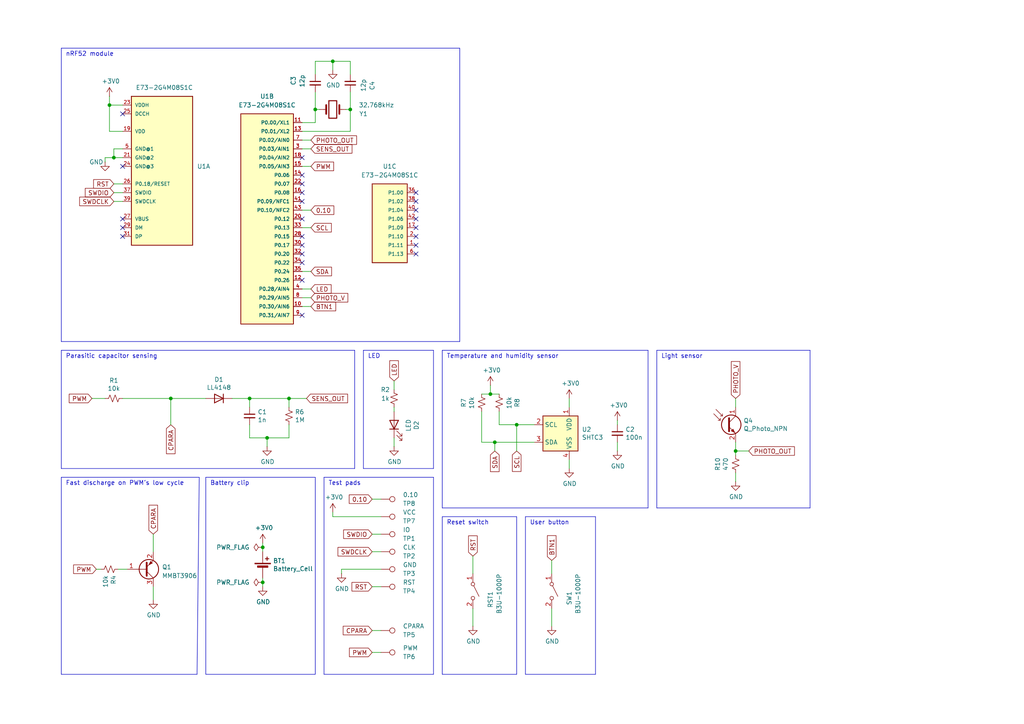
<source format=kicad_sch>
(kicad_sch (version 20250114) (generator "eeschema") (generator_version "9.0")
  (paper "A4")
  (title_block (title "b-parasite") (date "2025-07-13") (rev "2.0.1") (comment 1 "rbaron.net"))
  (lib_symbols
    (symbol "+3V0_1" (power) (pin_numbers (hide yes)) (pin_names (offset 0) (hide yes))
      (property "Value" "+3V0" (at 0 3.556 0))
      (symbol "+3V0_1_1_1"
        (pin power_in line (at 0 0 90) (length 0) (name "~") (number "1"))
      )
    )
    (symbol "+3V0_2" (power) (pin_numbers (hide yes)) (pin_names (offset 0) (hide yes))
      (property "Value" "+3V0" (at 0 3.556 0))
      (symbol "+3V0_2_1_1"
        (pin power_in line (at 0 0 90) (length 0) (name "~") (number "1"))
      )
    )
    (symbol "+3V0_3" (power) (pin_numbers (hide yes)) (pin_names (offset 0) (hide yes))
      (property "Value" "+3V0" (at 0 3.556 0))
      (symbol "+3V0_3_1_1"
        (pin power_in line (at 0 0 90) (length 0) (name "~") (number "1"))
      )
    )
    (symbol "+3V0_4" (power) (pin_numbers (hide yes)) (pin_names (offset 0) (hide yes))
      (property "Value" "+3V0" (at 0 3.556 0))
      (symbol "+3V0_4_1_1"
        (pin power_in line (at 0 0 90) (length 0) (name "~") (number "1"))
      )
    )
    (symbol "+3V0_5" (power) (pin_numbers (hide yes)) (pin_names (offset 0) (hide yes))
      (property "Value" "+3V0" (at 0 3.556 0))
      (symbol "+3V0_5_1_1"
        (pin power_in line (at 0 0 90) (length 0) (name "~") (number "1"))
      )
    )
    (symbol "Connector:TestPoint" (pin_numbers (hide yes)) (pin_names (offset 0.762) (hide yes))
      (property "Reference" "TP" (at 0 6.858 0))
      (property "Value" "TestPoint" (at 0 5.08 0))
      (symbol "TestPoint_1_1"
        (pin passive line (at 0 0 90) (length 2.54) (name "1") (number "1"))
      )
    )
    (symbol "Device:Battery_Cell" (pin_numbers (hide yes)) (pin_names (offset 0) (hide yes))
      (property "Reference" "BT" (at 2.54 2.54 0))
      (property "Value" "Battery_Cell" (at 2.54 0 0))
      (symbol "Battery_Cell_1_1"
        (pin passive line (at 0 5.08 270) (length 2.54) (name "+") (number "1"))
        (pin passive line (at 0 -2.54 90) (length 2.54) (name "-") (number "2"))
      )
    )
    (symbol "Device:C_Small" (pin_numbers (hide yes)) (pin_names (offset 0.254) (hide yes))
      (property "Reference" "C" (at 0.254 1.778 0))
      (property "Value" "C_Small" (at 0.254 -2.032 0))
      (symbol "C_Small_1_1"
        (pin passive line (at 0 2.54 270) (length 2.032) (name "~") (number "1"))
        (pin passive line (at 0 -2.54 90) (length 2.032) (name "~") (number "2"))
      )
    )
    (symbol "Device:Crystal" (pin_numbers (hide yes)) (pin_names (offset 1.016) (hide yes))
      (property "Reference" "Y" (at 0 3.81 0))
      (property "Value" "Crystal" (at 0 -3.81 0))
      (symbol "Crystal_1_1"
        (pin passive line (at -3.81 0 0) (length 1.27) (name "1") (number "1"))
        (pin passive line (at 3.81 0 180) (length 1.27) (name "2") (number "2"))
      )
    )
    (symbol "Device:LED" (pin_numbers (hide yes)) (pin_names (offset 1.016) (hide yes))
      (property "Reference" "D" (at 0 2.54 0))
      (property "Value" "LED" (at 0 -2.54 0))
      (symbol "LED_1_1"
        (pin passive line (at -3.81 0 0) (length 2.54) (name "K") (number "1"))
        (pin passive line (at 3.81 0 180) (length 2.54) (name "A") (number "2"))
      )
    )
    (symbol "Device:Q_Photo_NPN" (pin_names (offset 0) (hide yes))
      (property "Reference" "Q" (at 5.08 1.27 0))
      (property "Value" "Q_Photo_NPN" (at 5.08 -1.27 0))
      (symbol "Q_Photo_NPN_1_1"
        (pin passive line (at 2.54 5.08 270) (length 2.54) (name "C") (number "1"))
        (pin passive line (at 2.54 -5.08 90) (length 2.54) (name "E") (number "2"))
      )
    )
    (symbol "Device:R_Small_US" (pin_numbers (hide yes)) (pin_names (offset 0.254) (hide yes))
      (property "Reference" "R" (at 0.762 0.508 0))
      (property "Value" "R_Small_US" (at 0.762 -1.016 0))
      (symbol "R_Small_US_1_1"
        (pin passive line (at 0 2.54 270) (length 1.016) (name "~") (number "1"))
        (pin passive line (at 0 -2.54 90) (length 1.016) (name "~") (number "2"))
      )
    )
    (symbol "Diode:LL4148" (pin_numbers (hide yes)) (pin_names (hide yes))
      (property "Reference" "D" (at 0 2.54 0))
      (property "Value" "LL4148" (at 0 -2.54 0))
      (symbol "LL4148_1_1"
        (pin passive line (at -3.81 0 0) (length 2.54) (name "K") (number "1"))
        (pin passive line (at 3.81 0 180) (length 2.54) (name "A") (number "2"))
      )
    )
    (symbol "E73-2G4M08S1C:E73-2G4M08S1C" (pin_names (offset 1.016))
      (property "Reference" "U" (at -15.24 20.32 0))
      (property "Value" "E73-2G4M08S1C" (at -15.24 -25.4 0))
      (symbol "E73-2G4M08S1C_1_0"
        (pin input line (at -17.78 17.78 0) (length 2.54) (name "VDDH") (number "23"))
        (pin input line (at -17.78 15.24 0) (length 2.54) (name "DCCH") (number "25"))
        (pin input line (at -17.78 10.16 0) (length 2.54) (name "VDD") (number "19"))
        (pin input line (at -17.78 5.08 0) (length 2.54) (name "GND@1") (number "5"))
        (pin input line (at -17.78 2.54 0) (length 2.54) (name "GND@2") (number "21"))
        (pin input line (at -17.78 0 0) (length 2.54) (name "GND@3") (number "24"))
        (pin input line (at -17.78 -5.08 0) (length 2.54) (name "P0.18/RESET") (number "26"))
        (pin bidirectional line (at -17.78 -7.62 0) (length 2.54) (name "SWDIO") (number "37"))
        (pin bidirectional line (at -17.78 -10.16 0) (length 2.54) (name "SWDCLK") (number "39"))
        (pin bidirectional line (at -17.78 -15.24 0) (length 2.54) (name "VBUS") (number "27"))
        (pin bidirectional line (at -17.78 -17.78 0) (length 2.54) (name "DM") (number "29"))
        (pin bidirectional line (at -17.78 -20.32 0) (length 2.54) (name "DP") (number "31"))
      )
      (symbol "E73-2G4M08S1C_2_0"
        (pin bidirectional line (at 12.7 27.94 180) (length 2.54) (name "P0.00/XL1") (number "11"))
        (pin bidirectional line (at 12.7 25.4 180) (length 2.54) (name "P0.01/XL2") (number "13"))
        (pin bidirectional line (at 12.7 22.86 180) (length 2.54) (name "P0.02/AIN0") (number "7"))
        (pin bidirectional line (at 12.7 20.32 180) (length 2.54) (name "P0.03/AIN1") (number "3"))
        (pin bidirectional line (at 12.7 17.78 180) (length 2.54) (name "P0.04/AIN2") (number "18"))
        (pin bidirectional line (at 12.7 15.24 180) (length 2.54) (name "P0.05/AIN3") (number "15"))
        (pin bidirectional line (at 12.7 12.7 180) (length 2.54) (name "P0.06") (number "14"))
        (pin bidirectional line (at 12.7 10.16 180) (length 2.54) (name "P0.07") (number "22"))
        (pin bidirectional line (at 12.7 7.62 180) (length 2.54) (name "P0.08") (number "16"))
        (pin bidirectional line (at 12.7 5.08 180) (length 2.54) (name "P0.09/NFC1") (number "41"))
        (pin bidirectional line (at 12.7 2.54 180) (length 2.54) (name "P0.10/NFC2") (number "43"))
        (pin bidirectional line (at 12.7 0 180) (length 2.54) (name "P0.12") (number "20"))
        (pin bidirectional line (at 12.7 -2.54 180) (length 2.54) (name "P0.13") (number "33"))
        (pin bidirectional line (at 12.7 -5.08 180) (length 2.54) (name "P0.15") (number "28"))
        (pin bidirectional line (at 12.7 -7.62 180) (length 2.54) (name "P0.17") (number "30"))
        (pin bidirectional line (at 12.7 -10.16 180) (length 2.54) (name "P0.20") (number "32"))
        (pin bidirectional line (at 12.7 -12.7 180) (length 2.54) (name "P0.22") (number "34"))
        (pin bidirectional line (at 12.7 -15.24 180) (length 2.54) (name "P0.24") (number "35"))
        (pin bidirectional line (at 12.7 -17.78 180) (length 2.54) (name "P0.26") (number "12"))
        (pin bidirectional line (at 12.7 -20.32 180) (length 2.54) (name "P0.28/AIN4") (number "4"))
        (pin bidirectional line (at 12.7 -22.86 180) (length 2.54) (name "P0.29/AIN5") (number "8"))
        (pin bidirectional line (at 12.7 -25.4 180) (length 2.54) (name "P0.30/AIN6") (number "10"))
        (pin bidirectional line (at 12.7 -27.94 180) (length 2.54) (name "P0.31/AIN7") (number "9"))
      )
      (symbol "E73-2G4M08S1C_3_0"
        (pin bidirectional line (at 10.16 7.62 180) (length 2.54) (name "P1.00") (number "36"))
        (pin bidirectional line (at 10.16 5.08 180) (length 2.54) (name "P1.02") (number "38"))
        (pin bidirectional line (at 10.16 2.54 180) (length 2.54) (name "P1.04") (number "40"))
        (pin bidirectional line (at 10.16 0 180) (length 2.54) (name "P1.06") (number "42"))
        (pin bidirectional line (at 10.16 -2.54 180) (length 2.54) (name "P1.09") (number "17"))
        (pin bidirectional line (at 10.16 -5.08 180) (length 2.54) (name "P1.10") (number "2"))
        (pin bidirectional line (at 10.16 -7.62 180) (length 2.54) (name "P1.11") (number "1"))
        (pin bidirectional line (at 10.16 -10.16 180) (length 2.54) (name "P1.13") (number "6"))
      )
    )
    (symbol "E73-2G4M08S1C_1" (pin_names (offset 1.016))
      (property "Reference" "U" (at -15.24 20.32 0))
      (property "Value" "E73-2G4M08S1C" (at -15.24 -25.4 0))
      (symbol "E73-2G4M08S1C_1_1_0"
        (pin input line (at -17.78 17.78 0) (length 2.54) (name "VDDH") (number "23"))
        (pin input line (at -17.78 15.24 0) (length 2.54) (name "DCCH") (number "25"))
        (pin input line (at -17.78 10.16 0) (length 2.54) (name "VDD") (number "19"))
        (pin input line (at -17.78 5.08 0) (length 2.54) (name "GND@1") (number "5"))
        (pin input line (at -17.78 2.54 0) (length 2.54) (name "GND@2") (number "21"))
        (pin input line (at -17.78 0 0) (length 2.54) (name "GND@3") (number "24"))
        (pin input line (at -17.78 -5.08 0) (length 2.54) (name "P0.18/RESET") (number "26"))
        (pin bidirectional line (at -17.78 -7.62 0) (length 2.54) (name "SWDIO") (number "37"))
        (pin bidirectional line (at -17.78 -10.16 0) (length 2.54) (name "SWDCLK") (number "39"))
        (pin bidirectional line (at -17.78 -15.24 0) (length 2.54) (name "VBUS") (number "27"))
        (pin bidirectional line (at -17.78 -17.78 0) (length 2.54) (name "DM") (number "29"))
        (pin bidirectional line (at -17.78 -20.32 0) (length 2.54) (name "DP") (number "31"))
      )
      (symbol "E73-2G4M08S1C_1_2_0"
        (pin bidirectional line (at 12.7 27.94 180) (length 2.54) (name "P0.00/XL1") (number "11"))
        (pin bidirectional line (at 12.7 25.4 180) (length 2.54) (name "P0.01/XL2") (number "13"))
        (pin bidirectional line (at 12.7 22.86 180) (length 2.54) (name "P0.02/AIN0") (number "7"))
        (pin bidirectional line (at 12.7 20.32 180) (length 2.54) (name "P0.03/AIN1") (number "3"))
        (pin bidirectional line (at 12.7 17.78 180) (length 2.54) (name "P0.04/AIN2") (number "18"))
        (pin bidirectional line (at 12.7 15.24 180) (length 2.54) (name "P0.05/AIN3") (number "15"))
        (pin bidirectional line (at 12.7 12.7 180) (length 2.54) (name "P0.06") (number "14"))
        (pin bidirectional line (at 12.7 10.16 180) (length 2.54) (name "P0.07") (number "22"))
        (pin bidirectional line (at 12.7 7.62 180) (length 2.54) (name "P0.08") (number "16"))
        (pin bidirectional line (at 12.7 5.08 180) (length 2.54) (name "P0.09/NFC1") (number "41"))
        (pin bidirectional line (at 12.7 2.54 180) (length 2.54) (name "P0.10/NFC2") (number "43"))
        (pin bidirectional line (at 12.7 0 180) (length 2.54) (name "P0.12") (number "20"))
        (pin bidirectional line (at 12.7 -2.54 180) (length 2.54) (name "P0.13") (number "33"))
        (pin bidirectional line (at 12.7 -5.08 180) (length 2.54) (name "P0.15") (number "28"))
        (pin bidirectional line (at 12.7 -7.62 180) (length 2.54) (name "P0.17") (number "30"))
        (pin bidirectional line (at 12.7 -10.16 180) (length 2.54) (name "P0.20") (number "32"))
        (pin bidirectional line (at 12.7 -12.7 180) (length 2.54) (name "P0.22") (number "34"))
        (pin bidirectional line (at 12.7 -15.24 180) (length 2.54) (name "P0.24") (number "35"))
        (pin bidirectional line (at 12.7 -17.78 180) (length 2.54) (name "P0.26") (number "12"))
        (pin bidirectional line (at 12.7 -20.32 180) (length 2.54) (name "P0.28/AIN4") (number "4"))
        (pin bidirectional line (at 12.7 -22.86 180) (length 2.54) (name "P0.29/AIN5") (number "8"))
        (pin bidirectional line (at 12.7 -25.4 180) (length 2.54) (name "P0.30/AIN6") (number "10"))
        (pin bidirectional line (at 12.7 -27.94 180) (length 2.54) (name "P0.31/AIN7") (number "9"))
      )
      (symbol "E73-2G4M08S1C_1_3_0"
        (pin bidirectional line (at 10.16 7.62 180) (length 2.54) (name "P1.00") (number "36"))
        (pin bidirectional line (at 10.16 5.08 180) (length 2.54) (name "P1.02") (number "38"))
        (pin bidirectional line (at 10.16 2.54 180) (length 2.54) (name "P1.04") (number "40"))
        (pin bidirectional line (at 10.16 0 180) (length 2.54) (name "P1.06") (number "42"))
        (pin bidirectional line (at 10.16 -2.54 180) (length 2.54) (name "P1.09") (number "17"))
        (pin bidirectional line (at 10.16 -5.08 180) (length 2.54) (name "P1.10") (number "2"))
        (pin bidirectional line (at 10.16 -7.62 180) (length 2.54) (name "P1.11") (number "1"))
        (pin bidirectional line (at 10.16 -10.16 180) (length 2.54) (name "P1.13") (number "6"))
      )
    )
    (symbol "E73-2G4M08S1C_2" (pin_names (offset 1.016))
      (property "Reference" "U" (at -15.24 20.32 0))
      (property "Value" "E73-2G4M08S1C" (at -15.24 -25.4 0))
      (symbol "E73-2G4M08S1C_2_1_0"
        (pin input line (at -17.78 17.78 0) (length 2.54) (name "VDDH") (number "23"))
        (pin input line (at -17.78 15.24 0) (length 2.54) (name "DCCH") (number "25"))
        (pin input line (at -17.78 10.16 0) (length 2.54) (name "VDD") (number "19"))
        (pin input line (at -17.78 5.08 0) (length 2.54) (name "GND@1") (number "5"))
        (pin input line (at -17.78 2.54 0) (length 2.54) (name "GND@2") (number "21"))
        (pin input line (at -17.78 0 0) (length 2.54) (name "GND@3") (number "24"))
        (pin input line (at -17.78 -5.08 0) (length 2.54) (name "P0.18/RESET") (number "26"))
        (pin bidirectional line (at -17.78 -7.62 0) (length 2.54) (name "SWDIO") (number "37"))
        (pin bidirectional line (at -17.78 -10.16 0) (length 2.54) (name "SWDCLK") (number "39"))
        (pin bidirectional line (at -17.78 -15.24 0) (length 2.54) (name "VBUS") (number "27"))
        (pin bidirectional line (at -17.78 -17.78 0) (length 2.54) (name "DM") (number "29"))
        (pin bidirectional line (at -17.78 -20.32 0) (length 2.54) (name "DP") (number "31"))
      )
      (symbol "E73-2G4M08S1C_2_2_0"
        (pin bidirectional line (at 12.7 27.94 180) (length 2.54) (name "P0.00/XL1") (number "11"))
        (pin bidirectional line (at 12.7 25.4 180) (length 2.54) (name "P0.01/XL2") (number "13"))
        (pin bidirectional line (at 12.7 22.86 180) (length 2.54) (name "P0.02/AIN0") (number "7"))
        (pin bidirectional line (at 12.7 20.32 180) (length 2.54) (name "P0.03/AIN1") (number "3"))
        (pin bidirectional line (at 12.7 17.78 180) (length 2.54) (name "P0.04/AIN2") (number "18"))
        (pin bidirectional line (at 12.7 15.24 180) (length 2.54) (name "P0.05/AIN3") (number "15"))
        (pin bidirectional line (at 12.7 12.7 180) (length 2.54) (name "P0.06") (number "14"))
        (pin bidirectional line (at 12.7 10.16 180) (length 2.54) (name "P0.07") (number "22"))
        (pin bidirectional line (at 12.7 7.62 180) (length 2.54) (name "P0.08") (number "16"))
        (pin bidirectional line (at 12.7 5.08 180) (length 2.54) (name "P0.09/NFC1") (number "41"))
        (pin bidirectional line (at 12.7 2.54 180) (length 2.54) (name "P0.10/NFC2") (number "43"))
        (pin bidirectional line (at 12.7 0 180) (length 2.54) (name "P0.12") (number "20"))
        (pin bidirectional line (at 12.7 -2.54 180) (length 2.54) (name "P0.13") (number "33"))
        (pin bidirectional line (at 12.7 -5.08 180) (length 2.54) (name "P0.15") (number "28"))
        (pin bidirectional line (at 12.7 -7.62 180) (length 2.54) (name "P0.17") (number "30"))
        (pin bidirectional line (at 12.7 -10.16 180) (length 2.54) (name "P0.20") (number "32"))
        (pin bidirectional line (at 12.7 -12.7 180) (length 2.54) (name "P0.22") (number "34"))
        (pin bidirectional line (at 12.7 -15.24 180) (length 2.54) (name "P0.24") (number "35"))
        (pin bidirectional line (at 12.7 -17.78 180) (length 2.54) (name "P0.26") (number "12"))
        (pin bidirectional line (at 12.7 -20.32 180) (length 2.54) (name "P0.28/AIN4") (number "4"))
        (pin bidirectional line (at 12.7 -22.86 180) (length 2.54) (name "P0.29/AIN5") (number "8"))
        (pin bidirectional line (at 12.7 -25.4 180) (length 2.54) (name "P0.30/AIN6") (number "10"))
        (pin bidirectional line (at 12.7 -27.94 180) (length 2.54) (name "P0.31/AIN7") (number "9"))
      )
      (symbol "E73-2G4M08S1C_2_3_0"
        (pin bidirectional line (at 10.16 7.62 180) (length 2.54) (name "P1.00") (number "36"))
        (pin bidirectional line (at 10.16 5.08 180) (length 2.54) (name "P1.02") (number "38"))
        (pin bidirectional line (at 10.16 2.54 180) (length 2.54) (name "P1.04") (number "40"))
        (pin bidirectional line (at 10.16 0 180) (length 2.54) (name "P1.06") (number "42"))
        (pin bidirectional line (at 10.16 -2.54 180) (length 2.54) (name "P1.09") (number "17"))
        (pin bidirectional line (at 10.16 -5.08 180) (length 2.54) (name "P1.10") (number "2"))
        (pin bidirectional line (at 10.16 -7.62 180) (length 2.54) (name "P1.11") (number "1"))
        (pin bidirectional line (at 10.16 -10.16 180) (length 2.54) (name "P1.13") (number "6"))
      )
    )
    (symbol "GND_1" (power) (pin_numbers (hide yes)) (pin_names (offset 0) (hide yes))
      (property "Value" "GND" (at 0 -3.81 0))
      (symbol "GND_1_1_1"
        (pin power_in line (at 0 0 270) (length 0) (name "~") (number "1"))
      )
    )
    (symbol "GND_10" (power) (pin_numbers (hide yes)) (pin_names (offset 0) (hide yes))
      (property "Value" "GND" (at 0 -3.81 0))
      (symbol "GND_10_1_1"
        (pin power_in line (at 0 0 270) (length 0) (name "~") (number "1"))
      )
    )
    (symbol "GND_11" (power) (pin_numbers (hide yes)) (pin_names (offset 0) (hide yes))
      (property "Value" "GND" (at 0 -3.81 0))
      (symbol "GND_11_1_1"
        (pin power_in line (at 0 0 270) (length 0) (name "~") (number "1"))
      )
    )
    (symbol "GND_2" (power) (pin_numbers (hide yes)) (pin_names (offset 0) (hide yes))
      (property "Value" "GND" (at 0 -3.81 0))
      (symbol "GND_2_1_1"
        (pin power_in line (at 0 0 270) (length 0) (name "~") (number "1"))
      )
    )
    (symbol "GND_3" (power) (pin_numbers (hide yes)) (pin_names (offset 0) (hide yes))
      (property "Value" "GND" (at 0 -3.81 0))
      (symbol "GND_3_1_1"
        (pin power_in line (at 0 0 270) (length 0) (name "~") (number "1"))
      )
    )
    (symbol "GND_4" (power) (pin_numbers (hide yes)) (pin_names (offset 0) (hide yes))
      (property "Value" "GND" (at 0 -3.81 0))
      (symbol "GND_4_1_1"
        (pin power_in line (at 0 0 270) (length 0) (name "~") (number "1"))
      )
    )
    (symbol "GND_5" (power) (pin_numbers (hide yes)) (pin_names (offset 0) (hide yes))
      (property "Value" "GND" (at 0 -3.81 0))
      (symbol "GND_5_1_1"
        (pin power_in line (at 0 0 270) (length 0) (name "~") (number "1"))
      )
    )
    (symbol "GND_6" (power) (pin_numbers (hide yes)) (pin_names (offset 0) (hide yes))
      (property "Value" "GND" (at 0 -3.81 0))
      (symbol "GND_6_1_1"
        (pin power_in line (at 0 0 270) (length 0) (name "~") (number "1"))
      )
    )
    (symbol "GND_7" (power) (pin_numbers (hide yes)) (pin_names (offset 0) (hide yes))
      (property "Value" "GND" (at 0 -3.81 0))
      (symbol "GND_7_1_1"
        (pin power_in line (at 0 0 270) (length 0) (name "~") (number "1"))
      )
    )
    (symbol "GND_8" (power) (pin_numbers (hide yes)) (pin_names (offset 0) (hide yes))
      (property "Value" "GND" (at 0 -3.81 0))
      (symbol "GND_8_1_1"
        (pin power_in line (at 0 0 270) (length 0) (name "~") (number "1"))
      )
    )
    (symbol "GND_9" (power) (pin_numbers (hide yes)) (pin_names (offset 0) (hide yes))
      (property "Value" "GND" (at 0 -3.81 0))
      (symbol "GND_9_1_1"
        (pin power_in line (at 0 0 270) (length 0) (name "~") (number "1"))
      )
    )
    (symbol "Sensor_Humidity:SHTC3"
      (property "Reference" "U" (at -3.81 6.35 0))
      (property "Value" "SHTC3" (at -2.54 -6.35 0))
      (symbol "SHTC3_1_1"
        (pin input line (at -7.62 2.54 0) (length 2.54) (name "SCL") (number "2"))
        (pin bidirectional line (at -7.62 -2.54 0) (length 2.54) (name "SDA") (number "3"))
        (pin power_in line (at 2.54 7.62 270) (length 2.54) (name "VDD") (number "1"))
        (pin power_in line (at 2.54 -7.62 90) (length 2.54) (name "VSS") (number "4"))
        (pin no_connect line (at 5.08 0 180) (length 2.54) (hide yes) (name "NC") (number "5"))
      )
    )
    (symbol "Switch:SW_SPST" (pin_names (offset 0) (hide yes))
      (property "Reference" "SW" (at 0 3.175 0))
      (property "Value" "SW_SPST" (at 0 -2.54 0))
      (symbol "SW_SPST_1_1"
        (pin passive line (at -5.08 0 0) (length 2.54) (name "A") (number "1"))
        (pin passive line (at 5.08 0 180) (length 2.54) (name "B") (number "2"))
      )
    )
    (symbol "Transistor_BJT:MMBT3906" (pin_names (offset 0) (hide yes))
      (property "Reference" "Q" (at 5.08 1.905 0))
      (property "Value" "MMBT3906" (at 5.08 0 0))
      (symbol "MMBT3906_1_1"
        (pin input line (at -5.08 0 0) (length 2.54) (name "B") (number "1"))
        (pin passive line (at 2.54 5.08 270) (length 2.54) (name "C") (number "3"))
        (pin passive line (at 2.54 -5.08 90) (length 2.54) (name "E") (number "2"))
      )
    )
    (symbol "power:+3V0" (power) (pin_numbers (hide yes)) (pin_names (offset 0) (hide yes))
      (property "Value" "+3V0" (at 0 3.556 0))
      (symbol "+3V0_1_1"
        (pin power_in line (at 0 0 90) (length 0) (name "~") (number "1"))
      )
    )
    (symbol "power:GND" (power) (pin_numbers (hide yes)) (pin_names (offset 0) (hide yes))
      (property "Value" "GND" (at 0 -3.81 0))
      (symbol "GND_1_1"
        (pin power_in line (at 0 0 270) (length 0) (name "~") (number "1"))
      )
    )
    (symbol "power:PWR_FLAG" (power) (pin_numbers (hide yes)) (pin_names (offset 0) (hide yes))
      (property "Value" "PWR_FLAG" (at 0 3.81 0))
      (symbol "PWR_FLAG_0_0"
        (pin power_out line (at 0 0 90) (length 0) (name "~") (number "1"))
      )
    )
  )
  (text "Fast discharge on PWM’s low cycle" (at 19.05 140.97 0) (effects (font (size 1.27 1.27)) (justify left bottom)))
  (text "Temperature and humidity sensor" (at 129.54 104.14 0) (effects (font (size 1.27 1.27)) (justify left bottom)))
  (text "LED" (at 106.68 104.14 0) (effects (font (size 1.27 1.27)) (justify left bottom)))
  (text "nRF52 module" (at 19.05 16.51 0) (effects (font (size 1.27 1.27)) (justify left bottom)))
  (text "Parasitic capacitor sensing" (at 19.05 104.14 0) (effects (font (size 1.27 1.27)) (justify left bottom)))
  (text "Test pads" (at 95.25 140.97 0) (effects (font (size 1.27 1.27)) (justify left bottom)))
  (text "Light sensor" (at 191.77 104.14 0) (effects (font (size 1.27 1.27)) (justify left bottom)))
  (text "Reset switch" (at 129.54 152.4 0) (effects (font (size 1.27 1.27)) (justify left bottom)))
  (text "User button" (at 153.67 152.4 0) (effects (font (size 1.27 1.27)) (justify left bottom)))
  (text "Battery clip" (at 60.96 140.97 0) (effects (font (size 1.27 1.27)) (justify left bottom)))
  (junction (at 83.82 115.57))
  (junction (at 77.47 127))
  (junction (at 142.24 114.3))
  (junction (at 101.6 31.75))
  (junction (at 33.02 45.72))
  (junction (at 213.36 130.81))
  (junction (at 72.39 115.57))
  (junction (at 76.2 158.75))
  (junction (at 91.44 31.75))
  (junction (at 96.52 17.78))
  (junction (at 49.53 115.57))
  (junction (at 31.75 30.48))
  (junction (at 143.51 128.27))
  (junction (at 76.2 168.91))
  (junction (at 149.86 123.19))
  (no_connect (at 120.65 73.66))
  (no_connect (at 35.56 48.26))
  (no_connect (at 35.56 63.5))
  (no_connect (at 35.56 66.04))
  (no_connect (at 35.56 68.58))
  (no_connect (at 35.56 33.02))
  (no_connect (at 87.63 63.5))
  (no_connect (at 87.63 91.44))
  (no_connect (at 87.63 50.8))
  (no_connect (at 87.63 45.72))
  (no_connect (at 87.63 55.88))
  (no_connect (at 87.63 58.42))
  (no_connect (at 87.63 53.34))
  (no_connect (at 87.63 71.12))
  (no_connect (at 87.63 76.2))
  (no_connect (at 87.63 81.28))
  (no_connect (at 87.63 73.66))
  (no_connect (at 87.63 68.58))
  (no_connect (at 120.65 58.42))
  (no_connect (at 120.65 60.96))
  (no_connect (at 120.65 63.5))
  (no_connect (at 120.65 55.88))
  (no_connect (at 120.65 68.58))
  (no_connect (at 120.65 71.12))
  (no_connect (at 120.65 66.04))
  (wire (pts (xy 44.45 154.94) (xy 44.45 160.02)))
  (polyline (pts (xy 234.95 101.6) (xy 190.5 101.6)))
  (polyline (pts (xy 17.78 101.6) (xy 17.78 135.89)))
  (polyline (pts (xy 187.96 147.32) (xy 128.27 147.32)))
  (wire (pts (xy 144.78 119.38) (xy 144.78 123.19)))
  (polyline (pts (xy 190.5 101.6) (xy 190.5 147.32)))
  (wire (pts (xy 30.48 46.99) (xy 30.48 45.72)))
  (wire (pts (xy 96.52 17.78) (xy 96.52 20.32)))
  (wire (pts (xy 213.36 130.81) (xy 213.36 132.08)))
  (wire (pts (xy 213.36 115.57) (xy 213.36 118.11)))
  (wire (pts (xy 27.94 165.1) (xy 29.21 165.1)))
  (polyline (pts (xy 57.785 138.43) (xy 57.15 195.58)))
  (polyline (pts (xy 234.95 101.6) (xy 234.95 147.32)))
  (wire (pts (xy 67.31 115.57) (xy 72.39 115.57)))
  (wire (pts (xy 107.95 170.18) (xy 110.49 170.18)))
  (polyline (pts (xy 105.41 135.89) (xy 125.73 135.89)))
  (polyline (pts (xy 59.69 138.43) (xy 59.69 195.58)))
  (polyline (pts (xy 128.27 149.86) (xy 128.27 195.58)))
  (polyline (pts (xy 17.78 99.06) (xy 17.78 13.97)))
  (wire (pts (xy 87.63 40.64) (xy 90.17 40.64)))
  (wire (pts (xy 213.36 130.81) (xy 217.17 130.81)))
  (wire (pts (xy 35.56 38.1) (xy 31.75 38.1)))
  (wire (pts (xy 149.86 123.19) (xy 144.78 123.19)))
  (wire (pts (xy 72.39 115.57) (xy 83.82 115.57)))
  (wire (pts (xy 31.75 30.48) (xy 31.75 38.1)))
  (wire (pts (xy 87.63 83.82) (xy 90.17 83.82)))
  (wire (pts (xy 33.02 43.18) (xy 35.56 43.18)))
  (polyline (pts (xy 93.98 138.43) (xy 93.98 195.58)))
  (wire (pts (xy 33.02 58.42) (xy 35.56 58.42)))
  (wire (pts (xy 76.2 167.64) (xy 76.2 168.91)))
  (wire (pts (xy 107.95 154.94) (xy 110.49 154.94)))
  (polyline (pts (xy 187.96 101.6) (xy 187.96 147.32)))
  (wire (pts (xy 31.75 30.48) (xy 35.56 30.48)))
  (wire (pts (xy 114.3 110.49) (xy 114.3 113.03)))
  (polyline (pts (xy 17.78 195.58) (xy 17.78 138.43)))
  (wire (pts (xy 160.02 176.53) (xy 160.02 181.61)))
  (wire (pts (xy 87.63 66.04) (xy 90.17 66.04)))
  (wire (pts (xy 77.47 127) (xy 83.82 127)))
  (wire (pts (xy 165.1 115.57) (xy 165.1 118.11)))
  (wire (pts (xy 143.51 128.27) (xy 143.51 130.81)))
  (wire (pts (xy 114.3 127) (xy 114.3 129.54)))
  (wire (pts (xy 33.02 45.72) (xy 33.02 43.18)))
  (polyline (pts (xy 91.44 138.43) (xy 59.69 138.43)))
  (wire (pts (xy 87.63 88.9) (xy 90.17 88.9)))
  (wire (pts (xy 179.07 128.27) (xy 179.07 130.81)))
  (wire (pts (xy 72.39 123.19) (xy 72.39 127)))
  (wire (pts (xy 137.16 176.53) (xy 137.16 181.61)))
  (wire (pts (xy 30.48 45.72) (xy 33.02 45.72)))
  (wire (pts (xy 114.3 118.11) (xy 114.3 119.38)))
  (wire (pts (xy 99.06 165.1) (xy 110.49 165.1)))
  (polyline (pts (xy 128.27 101.6) (xy 128.27 147.32)))
  (wire (pts (xy 91.44 21.59) (xy 91.44 17.78)))
  (polyline (pts (xy 125.73 101.6) (xy 105.41 101.6)))
  (polyline (pts (xy 105.41 101.6) (xy 105.41 135.89)))
  (wire (pts (xy 101.6 31.75) (xy 101.6 38.1)))
  (polyline (pts (xy 91.44 195.58) (xy 91.44 138.43)))
  (wire (pts (xy 49.53 115.57) (xy 49.53 123.19)))
  (wire (pts (xy 96.52 17.78) (xy 101.6 17.78)))
  (wire (pts (xy 179.07 121.92) (xy 179.07 123.19)))
  (wire (pts (xy 83.82 115.57) (xy 83.82 118.11)))
  (wire (pts (xy 83.82 115.57) (xy 88.9 115.57)))
  (wire (pts (xy 142.24 111.76) (xy 142.24 114.3)))
  (wire (pts (xy 87.63 86.36) (xy 90.17 86.36)))
  (wire (pts (xy 91.44 31.75) (xy 92.71 31.75)))
  (polyline (pts (xy 17.78 138.43) (xy 57.785 138.43)))
  (wire (pts (xy 49.53 115.57) (xy 59.69 115.57)))
  (wire (pts (xy 107.95 144.78) (xy 110.49 144.78)))
  (wire (pts (xy 72.39 115.57) (xy 72.39 118.11)))
  (wire (pts (xy 137.16 161.29) (xy 137.16 166.37)))
  (polyline (pts (xy 93.98 138.43) (xy 125.73 138.43)))
  (polyline (pts (xy 17.78 99.06) (xy 133.35 99.06)))
  (wire (pts (xy 87.63 43.18) (xy 90.17 43.18)))
  (wire (pts (xy 35.56 115.57) (xy 49.53 115.57)))
  (wire (pts (xy 87.63 78.74) (xy 90.17 78.74)))
  (wire (pts (xy 107.95 160.02) (xy 110.49 160.02)))
  (polyline (pts (xy 102.87 101.6) (xy 102.87 135.89)))
  (wire (pts (xy 33.02 53.34) (xy 35.56 53.34)))
  (polyline (pts (xy 57.15 195.58) (xy 17.78 195.58)))
  (wire (pts (xy 142.24 114.3) (xy 144.78 114.3)))
  (wire (pts (xy 96.52 149.86) (xy 96.52 148.59)))
  (wire (pts (xy 91.44 35.56) (xy 91.44 31.75)))
  (polyline (pts (xy 187.96 101.6) (xy 128.27 101.6)))
  (wire (pts (xy 143.51 128.27) (xy 139.7 128.27)))
  (wire (pts (xy 87.63 48.26) (xy 90.17 48.26)))
  (wire (pts (xy 72.39 127) (xy 77.47 127)))
  (polyline (pts (xy 128.27 149.86) (xy 149.86 149.86)))
  (wire (pts (xy 91.44 17.78) (xy 96.52 17.78)))
  (wire (pts (xy 44.45 170.18) (xy 44.45 173.99)))
  (polyline (pts (xy 172.72 195.58) (xy 172.72 149.86)))
  (wire (pts (xy 33.02 45.72) (xy 35.56 45.72)))
  (wire (pts (xy 87.63 60.96) (xy 90.17 60.96)))
  (wire (pts (xy 160.02 162.56) (xy 160.02 166.37)))
  (wire (pts (xy 77.47 127) (xy 77.47 129.54)))
  (polyline (pts (xy 59.69 195.58) (xy 91.44 195.58)))
  (polyline (pts (xy 133.35 13.97) (xy 133.35 99.06)))
  (polyline (pts (xy 17.78 13.97) (xy 133.35 13.97)))
  (wire (pts (xy 213.36 128.27) (xy 213.36 130.81)))
  (wire (pts (xy 154.94 123.19) (xy 149.86 123.19)))
  (wire (pts (xy 76.2 168.91) (xy 76.2 170.18)))
  (polyline (pts (xy 17.78 101.6) (xy 102.87 101.6)))
  (wire (pts (xy 213.36 137.16) (xy 213.36 139.7)))
  (polyline (pts (xy 152.4 149.86) (xy 152.4 195.58)))
  (polyline (pts (xy 17.78 135.89) (xy 102.87 135.89)))
  (wire (pts (xy 87.63 35.56) (xy 91.44 35.56)))
  (wire (pts (xy 76.2 157.48) (xy 76.2 158.75)))
  (wire (pts (xy 26.67 115.57) (xy 30.48 115.57)))
  (polyline (pts (xy 149.86 195.58) (xy 128.27 195.58)))
  (polyline (pts (xy 190.5 147.32) (xy 234.95 147.32)))
  (wire (pts (xy 149.86 123.19) (xy 149.86 130.81)))
  (wire (pts (xy 101.6 17.78) (xy 101.6 21.59)))
  (wire (pts (xy 34.29 165.1) (xy 36.83 165.1)))
  (wire (pts (xy 107.95 182.88) (xy 110.49 182.88)))
  (wire (pts (xy 100.33 31.75) (xy 101.6 31.75)))
  (wire (pts (xy 101.6 26.67) (xy 101.6 31.75)))
  (wire (pts (xy 139.7 114.3) (xy 142.24 114.3)))
  (wire (pts (xy 91.44 26.67) (xy 91.44 31.75)))
  (polyline (pts (xy 152.4 195.58) (xy 172.72 195.58)))
  (polyline (pts (xy 125.73 195.58) (xy 125.73 138.43)))
  (wire (pts (xy 139.7 119.38) (xy 139.7 128.27)))
  (wire (pts (xy 154.94 128.27) (xy 143.51 128.27)))
  (wire (pts (xy 99.06 166.37) (xy 99.06 165.1)))
  (wire (pts (xy 96.52 149.86) (xy 110.49 149.86)))
  (wire (pts (xy 31.75 27.94) (xy 31.75 30.48)))
  (polyline (pts (xy 93.98 195.58) (xy 125.73 195.58)))
  (wire (pts (xy 83.82 127) (xy 83.82 123.19)))
  (polyline (pts (xy 125.73 101.6) (xy 125.73 135.89)))
  (wire (pts (xy 76.2 158.75) (xy 76.2 160.02)))
  (wire (pts (xy 87.63 38.1) (xy 101.6 38.1)))
  (polyline (pts (xy 149.86 149.86) (xy 149.86 195.58)))
  (wire (pts (xy 107.95 189.23) (xy 110.49 189.23)))
  (wire (pts (xy 33.02 55.88) (xy 35.56 55.88)))
  (polyline (pts (xy 152.4 149.86) (xy 172.72 149.86)))
  (wire (pts (xy 165.1 133.35) (xy 165.1 135.89)))
  (global_label "SWDIO" (shape input) (at 33.02 55.88 180) (property "Intersheetrefs" "${INTERSHEET_REFS}" (effects (hide yes))))
  (global_label "0.10" (shape input) (at 107.95 144.78 180) (property "Intersheetrefs" "${INTERSHEET_REFS}" (effects (hide yes))))
  (global_label "CPARA" (shape input) (at 49.53 123.19 270) (property "Intersheetrefs" "${INTERSHEET_REFS}" (effects (hide yes))))
  (global_label "SWDIO" (shape input) (at 107.95 154.94 180) (property "Intersheetrefs" "${INTERSHEET_REFS}" (effects (hide yes))))
  (global_label "RST" (shape input) (at 137.16 161.29 90) (property "Intersheetrefs" "${INTERSHEET_REFS}" (effects (hide yes))))
  (global_label "PHOTO_V" (shape input) (at 90.17 86.36 0) (property "Intersheetrefs" "${INTERSHEET_REFS}" (effects (hide yes))))
  (global_label "LED" (shape input) (at 114.3 110.49 90) (property "Intersheetrefs" "${INTERSHEET_REFS}" (effects (hide yes))))
  (global_label "SCL" (shape input) (at 149.86 130.81 270) (property "Intersheetrefs" "${INTERSHEET_REFS}" (effects (hide yes))))
  (global_label "CPARA" (shape input) (at 44.45 154.94 90) (property "Intersheetrefs" "${INTERSHEET_REFS}" (effects (hide yes))))
  (global_label "0.10" (shape input) (at 90.17 60.96 0) (property "Intersheetrefs" "${INTERSHEET_REFS}" (effects (hide yes))))
  (global_label "BTN1" (shape input) (at 160.02 162.56 90) (property "Intersheetrefs" "${INTERSHEET_REFS}" (effects (hide yes))))
  (global_label "SENS_OUT" (shape input) (at 90.17 43.18 0) (property "Intersheetrefs" "${INTERSHEET_REFS}" (effects (hide yes))))
  (global_label "CPARA" (shape input) (at 107.95 182.88 180) (property "Intersheetrefs" "${INTERSHEET_REFS}" (effects (hide yes))))
  (global_label "PHOTO_OUT" (shape input) (at 217.17 130.81 0) (property "Intersheetrefs" "${INTERSHEET_REFS}" (effects (hide yes))))
  (global_label "SCL" (shape input) (at 90.17 66.04 0) (property "Intersheetrefs" "${INTERSHEET_REFS}" (effects (hide yes))))
  (global_label "SWDCLK" (shape input) (at 33.02 58.42 180) (property "Intersheetrefs" "${INTERSHEET_REFS}" (effects (hide yes))))
  (global_label "PHOTO_V" (shape input) (at 213.36 115.57 90) (property "Intersheetrefs" "${INTERSHEET_REFS}" (effects (hide yes))))
  (global_label "LED" (shape input) (at 90.17 83.82 0) (property "Intersheetrefs" "${INTERSHEET_REFS}" (effects (hide yes))))
  (global_label "SENS_OUT" (shape input) (at 88.9 115.57 0) (property "Intersheetrefs" "${INTERSHEET_REFS}" (effects (hide yes))))
  (global_label "SDA" (shape input) (at 90.17 78.74 0) (property "Intersheetrefs" "${INTERSHEET_REFS}" (effects (hide yes))))
  (global_label "BTN1" (shape input) (at 90.17 88.9 0) (property "Intersheetrefs" "${INTERSHEET_REFS}" (effects (hide yes))))
  (global_label "PWM" (shape input) (at 26.67 115.57 180) (property "Intersheetrefs" "${INTERSHEET_REFS}" (effects (hide yes))))
  (global_label "PWM" (shape input) (at 107.95 189.23 180) (property "Intersheetrefs" "${INTERSHEET_REFS}" (effects (hide yes))))
  (global_label "SDA" (shape input) (at 143.51 130.81 270) (property "Intersheetrefs" "${INTERSHEET_REFS}" (effects (hide yes))))
  (global_label "SWDCLK" (shape input) (at 107.95 160.02 180) (property "Intersheetrefs" "${INTERSHEET_REFS}" (effects (hide yes))))
  (global_label "PWM" (shape input) (at 27.94 165.1 180) (property "Intersheetrefs" "${INTERSHEET_REFS}" (effects (hide yes))))
  (global_label "PHOTO_OUT" (shape input) (at 90.17 40.64 0) (property "Intersheetrefs" "${INTERSHEET_REFS}" (effects (hide yes))))
  (global_label "PWM" (shape input) (at 90.17 48.26 0) (property "Intersheetrefs" "${INTERSHEET_REFS}" (effects (hide yes))))
  (global_label "RST" (shape input) (at 33.02 53.34 180) (property "Intersheetrefs" "${INTERSHEET_REFS}" (effects (hide yes))))
  (global_label "RST" (shape input) (at 107.95 170.18 180) (property "Intersheetrefs" "${INTERSHEET_REFS}" (effects (hide yes))))
  (symbol (lib_id "Device:R_Small_US") (at 33.02 115.57 90) (unit 1)
    (property "Reference" "R1" (at 33.02 110.363 90))
    (property "Value" "10k" (at 33.02 112.6744 90))
    (property "Footprint" "Resistor_SMD:R_0402_1005Metric" (effects (hide yes)))
    (property "LCSC" "C25744" (effects (hide yes)))
  )
  (symbol (lib_id "Diode:LL4148") (at 63.5 115.57 180) (unit 1)
    (property "Reference" "D1" (at 63.5 110.0836 0))
    (property "Value" "LL4148" (at 63.5 112.395 0))
    (property "Footprint" "Diode_SMD:D_MiniMELF" (effects (hide yes)))
    (property "Datasheet" "http://www.vishay.com/docs/85557/ll4148.pdf" (effects (hide yes)))
    (property "LCSC" "C3011166" (effects (hide yes)))
    (property "Sim.Device" "D" (effects (hide yes)))
    (property "Sim.Pins" "1=K 2=A" (effects (hide yes)))
  )
  (symbol (lib_id "Device:C_Small") (at 72.39 120.65 0) (unit 1)
    (property "Reference" "C1" (at 74.7268 119.4816 0) (effects (justify left)))
    (property "Value" "1n" (at 74.7268 121.793 0) (effects (justify left)))
    (property "Footprint" "Capacitor_SMD:C_0402_1005Metric" (effects (hide yes)))
    (property "LCSC" "C1523" (effects (hide yes)))
  )
  (symbol (lib_id "Device:R_Small_US") (at 83.82 120.65 0) (unit 1)
    (property "Reference" "R6" (at 85.5472 119.4816 0) (effects (justify left)))
    (property "Value" "1M" (at 85.5472 121.793 0) (effects (justify left)))
    (property "Footprint" "Resistor_SMD:R_0402_1005Metric" (effects (hide yes)))
    (property "LCSC" "C26083" (effects (hide yes)))
  )
  (symbol (lib_id "power:GND") (at 77.47 129.54 0) (unit 1)
    (property "Reference" "#PWR0111" (effects (hide yes)))
    (property "Value" "GND" (at 77.597 133.9342 0))
  )
  (symbol (lib_id "Device:R_Small_US") (at 31.75 165.1 270) (unit 1)
    (property "Reference" "R4" (at 32.9184 166.8272 0) (effects (justify left)))
    (property "Value" "10k" (at 30.607 166.8272 0) (effects (justify left)))
    (property "Footprint" "Resistor_SMD:R_0402_1005Metric" (effects (hide yes)))
    (property "LCSC" "C25744" (effects (hide yes)))
  )
  (symbol (lib_name "GND_3") (lib_id "power:GND") (at 44.45 173.99 0) (unit 1)
    (property "Reference" "#PWR0114" (effects (hide yes)))
    (property "Value" "GND" (at 44.577 178.3842 0))
  )
  (symbol (lib_name "+3V0_4") (lib_id "power:+3V0") (at 179.07 121.92 0) (unit 1)
    (property "Reference" "#PWR0106" (effects (hide yes)))
    (property "Value" "+3V0" (at 179.451 117.5258 0))
  )
  (symbol (lib_name "GND_10") (lib_id "power:GND") (at 165.1 135.89 0) (unit 1)
    (property "Reference" "#PWR0107" (effects (hide yes)))
    (property "Value" "GND" (at 165.227 140.2842 0))
  )
  (symbol (lib_id "Device:C_Small") (at 179.07 125.73 0) (unit 1)
    (property "Reference" "C2" (at 181.4068 124.5616 0) (effects (justify left)))
    (property "Value" "100n" (at 181.4068 126.873 0) (effects (justify left)))
    (property "Footprint" "Capacitor_SMD:C_0402_1005Metric" (effects (hide yes)))
    (property "LCSC" "C1525" (effects (hide yes)))
  )
  (symbol (lib_name "GND_9") (lib_id "power:GND") (at 179.07 130.81 0) (unit 1)
    (property "Reference" "#PWR0109" (effects (hide yes)))
    (property "Value" "GND" (at 179.197 135.2042 0))
  )
  (symbol (lib_id "Device:R_Small_US") (at 144.78 116.84 0) (unit 1)
    (property "Reference" "R8" (at 149.987 116.84 90))
    (property "Value" "10k" (at 147.6756 116.84 90))
    (property "Footprint" "Resistor_SMD:R_0402_1005Metric" (effects (hide yes)))
    (property "LCSC" "C25744" (effects (hide yes)))
  )
  (symbol (lib_id "Device:R_Small_US") (at 139.7 116.84 180) (unit 1)
    (property "Reference" "R7" (at 134.493 116.84 90))
    (property "Value" "10k" (at 136.8044 116.84 90))
    (property "Footprint" "Resistor_SMD:R_0402_1005Metric" (effects (hide yes)))
    (property "LCSC" "C25744" (effects (hide yes)))
  )
  (symbol (lib_id "power:+3V0") (at 142.24 111.76 0) (unit 1)
    (property "Reference" "#PWR0112" (effects (hide yes)))
    (property "Value" "+3V0" (at 142.621 107.3658 0))
  )
  (symbol (lib_id "Device:R_Small_US") (at 114.3 115.57 180) (unit 1)
    (property "Reference" "R2" (at 111.76 113.03 0))
    (property "Value" "1k" (at 111.76 115.57 0))
    (property "Footprint" "Resistor_SMD:R_0402_1005Metric" (effects (hide yes)))
    (property "LCSC" "C11702" (effects (hide yes)))
  )
  (symbol (lib_id "Device:LED") (at 114.3 123.19 90) (unit 1)
    (property "Reference" "D2" (at 120.777 123.3678 0))
    (property "Value" "LED" (at 118.4656 123.3678 0))
    (property "Footprint" "LED_SMD:LED_0603_1608Metric" (effects (hide yes)))
    (property "LCSC" "C2286" (effects (hide yes)))
    (property "Sim.Pins" "1=K 2=A" (effects (hide yes)))
  )
  (symbol (lib_name "GND_8") (lib_id "power:GND") (at 114.3 129.54 0) (unit 1)
    (property "Reference" "#PWR0103" (effects (hide yes)))
    (property "Value" "GND" (at 114.427 133.9342 0))
  )
  (symbol (lib_id "Device:Battery_Cell") (at 76.2 165.1 0) (unit 1)
    (property "Reference" "BT1" (at 79.1972 162.6616 0) (effects (justify left)))
    (property "Value" "Battery_Cell" (at 79.1972 164.973 0) (effects (justify left)))
    (property "Footprint" "tme:BatteryHolder_Keystone_3002_1x2032" (effects (hide yes)))
  )
  (symbol (lib_name "GND_4") (lib_id "power:GND") (at 76.2 170.18 0) (unit 1)
    (property "Reference" "#PWR0104" (effects (hide yes)))
    (property "Value" "GND" (at 76.327 174.5742 0))
  )
  (symbol (lib_name "+3V0_2") (lib_id "power:+3V0") (at 76.2 157.48 0) (unit 1)
    (property "Reference" "#PWR0105" (effects (hide yes)))
    (property "Value" "+3V0" (at 76.581 153.0858 0))
  )
  (symbol (lib_id "Sensor_Humidity:SHTC3") (at 162.56 125.73 0) (unit 1)
    (property "Reference" "U2" (at 168.7576 124.5616 0) (effects (justify left)))
    (property "Value" "SHTC3" (at 168.7576 126.873 0) (effects (justify left)))
    (property "Footprint" "Sensor_Humidity:Sensirion_DFN-4-1EP_2x2mm_P1mm_EP0.7x1.6mm" (effects (hide yes)))
    (property "Datasheet" "https://www.sensirion.com/fileadmin/user_upload/customers/sensirion/Dokumente/0_Datasheets/Humidity/Sensirion_Humidity_Sensors_SHTC3_Datasheet.pdf" (effects (hide yes)))
    (property "LCSC" "C194656" (effects (hide yes)))
  )
  (symbol (lib_name "+3V0_5") (lib_id "power:+3V0") (at 165.1 115.57 0) (unit 1)
    (property "Reference" "#PWR0117" (effects (hide yes)))
    (property "Value" "+3V0" (at 165.481 111.1758 0))
  )
  (symbol (lib_id "Device:R_Small_US") (at 213.36 134.62 180) (unit 1)
    (property "Reference" "R10" (at 208.153 134.62 90))
    (property "Value" "470" (at 210.4644 134.62 90))
    (property "Footprint" "Resistor_SMD:R_0402_1005Metric" (effects (hide yes)))
    (property "LCSC" "C25117" (effects (hide yes)))
  )
  (symbol (lib_name "GND_11") (lib_id "power:GND") (at 213.36 139.7 0) (unit 1)
    (property "Reference" "#PWR0119" (effects (hide yes)))
    (property "Value" "GND" (at 213.487 144.0942 0))
  )
  (symbol (lib_id "Device:Q_Photo_NPN") (at 210.82 123.19 0) (unit 1)
    (property "Reference" "Q4" (at 215.646 122.0216 0) (effects (justify left)))
    (property "Value" "Q_Photo_NPN" (at 215.646 124.333 0) (effects (justify left)))
    (property "Footprint" "snapeda:TR8" (effects (hide yes)))
    (property "Datasheet" "https://datasheet.lcsc.com/lcsc/1806131537_Everlight-Elec-ALS-PT19-315C-L177-TR8_C146233.pdf" (effects (hide yes)))
    (property "LCSC" "C146233" (effects (hide yes)))
  )
  (symbol (lib_id "Device:C_Small") (at 91.44 24.13 0) (unit 1)
    (property "Reference" "C3" (at 85.09 24.765 90) (effects (justify left)))
    (property "Value" "12p" (at 87.63 25.4 90) (effects (justify left)))
    (property "Footprint" "Capacitor_SMD:C_0402_1005Metric" (effects (hide yes)))
    (property "LCSC" "C1547" (effects (hide yes)))
  )
  (symbol (lib_name "GND_5") (lib_id "power:GND") (at 99.06 166.37 0) (unit 1)
    (property "Reference" "#PWR0108" (effects (hide yes)))
    (property "Value" "GND" (at 99.187 170.7642 0))
  )
  (symbol (lib_id "Connector:TestPoint") (at 110.49 149.86 270) (unit 1) (in_bom no)
    (property "Reference" "TP7" (at 116.84 151.13 90) (effects (justify left)))
    (property "Value" "VCC" (at 116.84 148.59 90) (effects (justify left)))
    (property "Footprint" "TestPoint:TestPoint_Pad_D1.0mm" (effects (hide yes)))
  )
  (symbol (lib_name "GND_6") (lib_id "power:GND") (at 137.16 181.61 0) (unit 1)
    (property "Reference" "#PWR0102" (effects (hide yes)))
    (property "Value" "GND" (at 137.287 186.0042 0))
  )
  (symbol (lib_id "Device:C_Small") (at 101.6 24.13 180) (unit 1)
    (property "Reference" "C4" (at 107.95 23.495 90) (effects (justify left)))
    (property "Value" "12p" (at 105.41 22.86 90) (effects (justify left)))
    (property "Footprint" "Capacitor_SMD:C_0402_1005Metric" (effects (hide yes)))
    (property "LCSC" "C1547" (effects (hide yes)))
  )
  (symbol (lib_name "+3V0_1") (lib_id "power:+3V0") (at 31.75 27.94 0) (unit 1)
    (property "Reference" "#PWR0113" (effects (hide yes)))
    (property "Value" "+3V0" (at 32.131 23.5458 0))
  )
  (symbol (lib_id "Connector:TestPoint") (at 110.49 182.88 270) (unit 1) (in_bom no)
    (property "Reference" "TP5" (at 116.84 184.15 90) (effects (justify left)))
    (property "Value" "CPARA" (at 116.84 181.61 90) (effects (justify left)))
    (property "Footprint" "TestPoint:TestPoint_Pad_D1.0mm" (effects (hide yes)))
  )
  (symbol (lib_id "Connector:TestPoint") (at 110.49 189.23 270) (unit 1) (in_bom no)
    (property "Reference" "TP6" (at 116.84 190.5 90) (effects (justify left)))
    (property "Value" "PWM" (at 116.84 187.96 90) (effects (justify left)))
    (property "Footprint" "TestPoint:TestPoint_Pad_D1.0mm" (effects (hide yes)))
  )
  (symbol (lib_id "Connector:TestPoint") (at 110.49 160.02 270) (unit 1) (in_bom no)
    (property "Reference" "TP2" (at 116.84 161.29 90) (effects (justify left)))
    (property "Value" "CLK" (at 116.84 158.75 90) (effects (justify left)))
    (property "Footprint" "TestPoint:TestPoint_Pad_D1.0mm" (effects (hide yes)))
  )
  (symbol (lib_name "GND_1") (lib_id "power:GND") (at 30.48 46.99 0) (unit 1)
    (property "Reference" "#PWR0115" (effects (hide yes)))
    (property "Value" "GND" (at 27.94 46.99 0))
  )
  (symbol (lib_id "Transistor_BJT:MMBT3906") (at 41.91 165.1 0) (mirror x) (unit 1)
    (property "Reference" "Q1" (at 46.99 164.465 0) (effects (justify left)))
    (property "Value" "MMBT3906" (at 46.99 167.005 0) (effects (justify left)))
    (property "Footprint" "Package_TO_SOT_SMD:SOT-23" (effects (hide yes)))
    (property "Datasheet" "https://www.onsemi.com/pdf/datasheet/pzt3906-d.pdf" (effects (hide yes)))
    (property "LCSC" "C2910191" (effects (hide yes)))
  )
  (symbol (lib_id "power:PWR_FLAG") (at 76.2 168.91 90) (unit 1)
    (property "Reference" "#FLG02" (effects (hide yes)))
    (property "Value" "PWR_FLAG" (at 72.39 168.9099 90) (effects (justify left)))
    (property "Description" "Special symbol for telling ERC where power comes from" (effects (hide yes)))
  )
  (symbol (lib_id "Connector:TestPoint") (at 110.49 144.78 270) (unit 1) (in_bom no)
    (property "Reference" "TP8" (at 116.84 146.05 90) (effects (justify left)))
    (property "Value" "0.10" (at 116.84 143.51 90) (effects (justify left)))
    (property "Footprint" "TestPoint:TestPoint_Pad_D1.0mm" (effects (hide yes)))
  )
  (symbol (lib_id "Connector:TestPoint") (at 110.49 170.18 270) (unit 1) (in_bom no)
    (property "Reference" "TP4" (at 116.84 171.45 90) (effects (justify left)))
    (property "Value" "RST" (at 116.84 168.91 90) (effects (justify left)))
    (property "Footprint" "TestPoint:TestPoint_Pad_D1.0mm" (effects (hide yes)))
  )
  (symbol (lib_id "E73-2G4M08S1C:E73-2G4M08S1C") (at 110.49 63.5 0) (unit 3)
    (property "Reference" "U1" (at 113.03 48.26 0))
    (property "Value" "E73-2G4M08S1C" (at 113.03 50.8 0))
    (property "Footprint" "snapeda:E73-2G4M08S1C" (effects (hide yes)))
  )
  (symbol (lib_name "+3V0_3") (lib_id "power:+3V0") (at 96.52 148.59 0) (unit 1)
    (property "Reference" "#PWR01" (effects (hide yes)))
    (property "Value" "+3V0" (at 96.901 144.1958 0))
  )
  (symbol (lib_name "E73-2G4M08S1C_1") (lib_id "E73-2G4M08S1C:E73-2G4M08S1C") (at 53.34 48.26 0) (unit 1)
    (property "Reference" "U1" (at 57.15 48.2599 0) (effects (justify left)))
    (property "Value" "E73-2G4M08S1C" (at 39.37 25.4 0) (effects (justify left)))
    (property "Footprint" "snapeda:E73-2G4M08S1C" (effects (hide yes)))
  )
  (symbol (lib_id "Connector:TestPoint") (at 110.49 154.94 270) (unit 1) (in_bom no)
    (property "Reference" "TP1" (at 116.84 156.21 90) (effects (justify left)))
    (property "Value" "IO" (at 116.84 153.67 90) (effects (justify left)))
    (property "Footprint" "TestPoint:TestPoint_Pad_D1.0mm" (effects (hide yes)))
  )
  (symbol (lib_name "E73-2G4M08S1C_2") (lib_id "E73-2G4M08S1C:E73-2G4M08S1C") (at 74.93 63.5 0) (unit 2)
    (property "Reference" "U1" (at 77.47 27.94 0))
    (property "Value" "E73-2G4M08S1C" (at 77.47 30.48 0))
    (property "Footprint" "snapeda:E73-2G4M08S1C" (effects (hide yes)))
  )
  (symbol (lib_name "GND_2") (lib_id "power:GND") (at 96.52 20.32 0) (unit 1)
    (property "Reference" "#PWR0110" (effects (hide yes)))
    (property "Value" "GND" (at 96.647 24.7142 0))
  )
  (symbol (lib_id "Connector:TestPoint") (at 110.49 165.1 270) (unit 1) (in_bom no)
    (property "Reference" "TP3" (at 116.84 166.37 90) (effects (justify left)))
    (property "Value" "GND" (at 116.84 163.83 90) (effects (justify left)))
    (property "Footprint" "TestPoint:TestPoint_Pad_D1.0mm" (effects (hide yes)))
  )
  (symbol (lib_name "GND_7") (lib_id "power:GND") (at 160.02 181.61 0) (unit 1)
    (property "Reference" "#PWR0101" (effects (hide yes)))
    (property "Value" "GND" (at 160.147 186.0042 0))
  )
  (symbol (lib_id "power:PWR_FLAG") (at 76.2 158.75 90) (unit 1)
    (property "Reference" "#FLG01" (effects (hide yes)))
    (property "Value" "PWR_FLAG" (at 72.39 158.7499 90) (effects (justify left)))
    (property "Description" "Special symbol for telling ERC where power comes from" (effects (hide yes)))
  )
  (symbol (lib_id "Device:Crystal") (at 96.52 31.75 180) (unit 1)
    (property "Reference" "Y1" (at 106.68 33.02 0) (effects (justify left)))
    (property "Value" "32.768kHz" (at 114.3 30.48 0) (effects (justify left)))
    (property "Footprint" "Crystal:Crystal_SMD_3215-2Pin_3.2x1.5mm" (effects (hide yes)))
    (property "LCSC" "C32346" (effects (hide yes)))
  )
  (symbol (lib_id "Switch:SW_SPST") (at 160.02 171.45 270) (unit 1)
    (property "Reference" "SW1" (at 165.1 171.45 0) (effects (justify left)))
    (property "Value" "B3U-1000P" (at 167.64 166.37 0) (effects (justify left)))
    (property "Footprint" "Button_Switch_SMD:SW_SPST_B3U-1000P" (effects (hide yes)))
    (property "Description" "Single Pole Single Throw (SPST) switch" (effects (hide yes)))
    (property "PACKAGE" "None" (effects (hide yes)))
    (property "MP" "B3U-1000P" (effects (hide yes)))
    (property "MF" "Omron" (effects (hide yes)))
    (property "AVAILABILITY" "Unavailable" (effects (hide yes)))
    (property "DESCRIPTION" "Tactile Switch SPST-NO Top Actuated Surface Mount" (effects (hide yes)))
    (property "PRICE" "None" (effects (hide yes)))
    (property "LCSC" "C231329" (effects (hide yes)))
  )
  (symbol (lib_id "Switch:SW_SPST") (at 137.16 171.45 270) (unit 1)
    (property "Reference" "RST1" (at 142.24 171.45 0) (effects (justify left)))
    (property "Value" "B3U-1000P" (at 144.78 166.37 0) (effects (justify left)))
    (property "Footprint" "Button_Switch_SMD:SW_SPST_B3U-1000P" (effects (hide yes)))
    (property "Description" "Single Pole Single Throw (SPST) switch" (effects (hide yes)))
    (property "PACKAGE" "None" (effects (hide yes)))
    (property "MP" "B3U-1000P" (effects (hide yes)))
    (property "MF" "Omron" (effects (hide yes)))
    (property "AVAILABILITY" "Unavailable" (effects (hide yes)))
    (property "DESCRIPTION" "Tactile Switch SPST-NO Top Actuated Surface Mount" (effects (hide yes)))
    (property "PRICE" "None" (effects (hide yes)))
    (property "LCSC" "C231329" (effects (hide yes)))
  )
)
</source>
